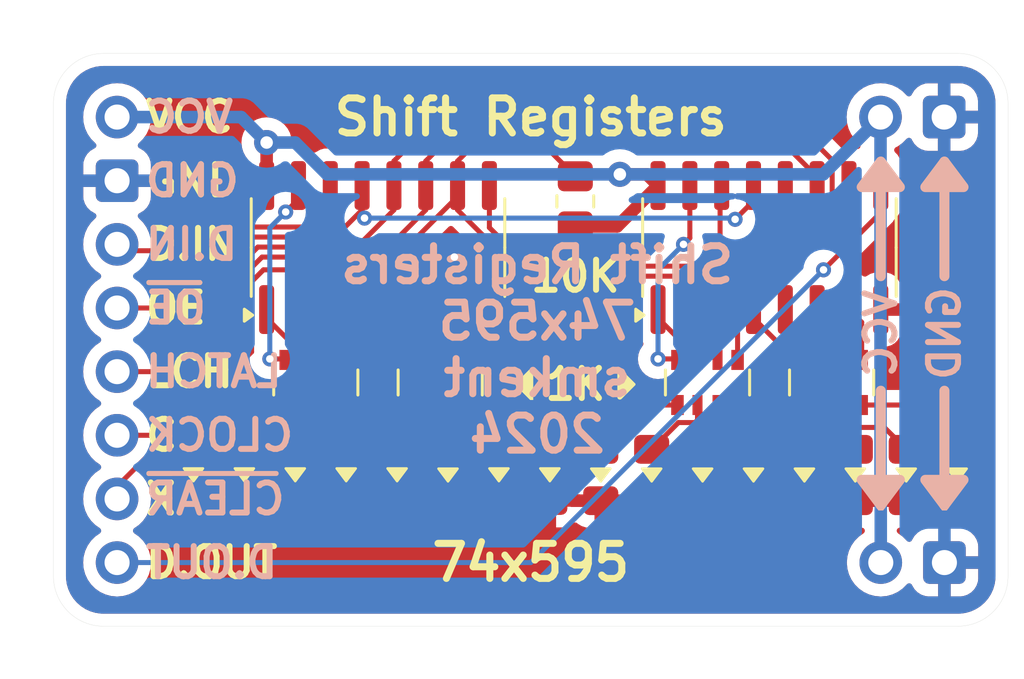
<source format=kicad_pcb>
(kicad_pcb (version 20240108) (generator "pcbnew") (generator_version "8.0")
  (layers (0 "F.Cu" signal) (31 "B.Cu" signal) (34 "B.Paste" user) (35 "F.Paste" user) (36 "B.SilkS" user "B.Silkscreen") (37 "F.SilkS" user "F.Silkscreen") (38 "B.Mask" user) (39 "F.Mask" user) (44 "Edge.Cuts" user))
  (net 0 "")
  (net 1 "LED4")
  (net 2 "LED3")
  (net 3 "LED1")
  (net 4 "LED2")
  (net 5 "Net-(LED1-A)")
  (net 6 "Net-(LED2-A)")
  (net 7 "Net-(LED3-A)")
  (net 8 "Net-(LED4-A)")
  (net 9 "LED8")
  (net 10 "LED6")
  (net 11 "LED5")
  (net 12 "LED7")
  (net 13 "Net-(LED5-A)")
  (net 14 "Net-(LED6-A)")
  (net 15 "Net-(LED7-A)")
  (net 16 "Net-(LED8-A)")
  (net 17 "GND")
  (net 18 "VCC")
  (net 19 "OE")
  (net 20 "Clock")
  (net 21 "Data")
  (net 22 "Latch")
  (net 23 "Clear")
  (net 24 "Net-(LED9-A)")
  (net 25 "Net-(LED10-A)")
  (net 26 "Net-(LED11-A)")
  (net 27 "Net-(LED12-A)")
  (net 28 "Net-(LED13-A)")
  (net 29 "Net-(LED14-A)")
  (net 30 "Net-(LED15-A)")
  (net 31 "Net-(LED16-A)")
  (net 32 "LED9")
  (net 33 "LED10")
  (net 34 "LED11")
  (net 35 "LED12")
  (net 36 "LED14")
  (net 37 "LED16")
  (net 38 "LED15")
  (net 39 "LED13")
  (net 40 "Data2")
  (net 41 "Data_Out")
  (footprint "Resistor_SMD:R_0805_2012Metric_Pad1.20x1.40mm_HandSolder" (layer "F.Cu") (at 122.428 79.564 90)
    (property "Reference" "R1" (hide yes))
    (property "Value" "10K")
    (fp_line (start -0.227064 -0.735) (end 0.227064 -0.735) (stroke (width 0.12)) (layer "F.SilkS"))
    (fp_line (start -0.227064 0.735) (end 0.227064 0.735) (stroke (width 0.12)) (layer "F.SilkS"))
    (pad "1" smd roundrect (at -1 0 90) (size 1.2 1.4) (layers "F.Cu" "F.Paste" "F.Mask") (roundrect_rratio 0.208333) (net 18 "VCC"))
    (pad "2" smd roundrect (at 1 0 90) (size 1.2 1.4) (layers "F.Cu" "F.Paste" "F.Mask") (roundrect_rratio 0.208333) (net 23 "Clear"))
  )
  (footprint "custom:LED_0805_2012Metric_Pad1.15x1.40mm_HandSolder_simple" (layer "F.Cu") (at 127.508 90.486 90)
    (property "Reference" "LED11" (hide yes))
    (property "Value" "LED")
    (fp_poly (pts (xy 0.254 -0.381) (xy 0.254 0.381) (xy -0.254 0)) (stroke (width 0.1)) (fill solid) (layer "F.SilkS"))
    (pad "1" smd roundrect (at -1.025 0 90) (size 1.15 1.4) (layers "F.Cu" "F.Paste" "F.Mask") (roundrect_rratio 0.217391) (net 17 "GND"))
    (pad "2" smd roundrect (at 1.025 0 90) (size 1.15 1.4) (layers "F.Cu" "F.Paste" "F.Mask") (roundrect_rratio 0.217391) (net 26 "Net-(LED11-A)"))
  )
  (footprint "custom:LED_0805_2012Metric_Pad1.15x1.40mm_HandSolder_simple" (layer "F.Cu") (at 109.22 90.477 90)
    (property "Reference" "LED2" (hide yes))
    (property "Value" "LED")
    (fp_poly (pts (xy 0.254 -0.381) (xy 0.254 0.381) (xy -0.254 0)) (stroke (width 0.1)) (fill solid) (layer "F.SilkS"))
    (pad "1" smd roundrect (at -1.025 0 90) (size 1.15 1.4) (layers "F.Cu" "F.Paste" "F.Mask") (roundrect_rratio 0.217391) (net 17 "GND"))
    (pad "2" smd roundrect (at 1.025 0 90) (size 1.15 1.4) (layers "F.Cu" "F.Paste" "F.Mask") (roundrect_rratio 0.217391) (net 6 "Net-(LED2-A)"))
  )
  (footprint "Package_SO:SOIC-16_3.9x9.9mm_P1.27mm" (layer "F.Cu") (at 130.175 81.407 90)
    (property "Reference" "U2" (hide yes))
    (property "Value" "74HC595")
    (fp_line (start 0 -5.06) (end 1.95 -5.06) (stroke (width 0.12)) (layer "F.SilkS"))
    (fp_line (start 0 -5.06) (end -1.95 -5.06) (stroke (width 0.12)) (layer "F.SilkS"))
    (fp_line (start 0 5.06) (end 1.95 5.06) (stroke (width 0.12)) (layer "F.SilkS"))
    (fp_line (start 0 5.06) (end -1.95 5.06) (stroke (width 0.12)) (layer "F.SilkS"))
    (fp_poly (pts (xy -2.7 -5.005) (xy -2.94 -5.335) (xy -2.46 -5.335) (xy -2.7 -5.005)) (stroke (width 0.12)) (fill solid) (layer "F.SilkS"))
    (pad "1" smd roundrect (at -2.475 -4.445 90) (size 1.95 0.6) (layers "F.Cu" "F.Paste" "F.Mask") (net 33 "LED10"))
    (pad "2" smd roundrect (at -2.475 -3.175 90) (size 1.95 0.6) (layers "F.Cu" "F.Paste" "F.Mask") (net 34 "LED11"))
    (pad "3" smd roundrect (at -2.475 -1.905 90) (size 1.95 0.6) (layers "F.Cu" "F.Paste" "F.Mask") (net 35 "LED12"))
    (pad "4" smd roundrect (at -2.475 -0.635 90) (size 1.95 0.6) (layers "F.Cu" "F.Paste" "F.Mask") (net 39 "LED13"))
    (pad "5" smd roundrect (at -2.475 0.635 90) (size 1.95 0.6) (layers "F.Cu" "F.Paste" "F.Mask") (net 36 "LED14"))
    (pad "6" smd roundrect (at -2.475 1.905 90) (size 1.95 0.6) (layers "F.Cu" "F.Paste" "F.Mask") (net 38 "LED15"))
    (pad "7" smd roundrect (at -2.475 3.175 90) (size 1.95 0.6) (layers "F.Cu" "F.Paste" "F.Mask") (net 37 "LED16"))
    (pad "8" smd roundrect (at -2.475 4.445 90) (size 1.95 0.6) (layers "F.Cu" "F.Paste" "F.Mask") (net 17 "GND"))
    (pad "9" smd roundrect (at 2.475 4.445 90) (size 1.95 0.6) (layers "F.Cu" "F.Paste" "F.Mask") (net 41 "Data_Out"))
    (pad "10" smd roundrect (at 2.475 3.175 90) (size 1.95 0.6) (layers "F.Cu" "F.Paste" "F.Mask") (net 23 "Clear"))
    (pad "11" smd roundrect (at 2.475 1.905 90) (size 1.95 0.6) (layers "F.Cu" "F.Paste" "F.Mask") (net 20 "Clock"))
    (pad "12" smd roundrect (at 2.475 0.635 90) (size 1.95 0.6) (layers "F.Cu" "F.Paste" "F.Mask") (net 22 "Latch"))
    (pad "13" smd roundrect (at 2.475 -0.635 90) (size 1.95 0.6) (layers "F.Cu" "F.Paste" "F.Mask") (net 19 "OE"))
    (pad "14" smd roundrect (at 2.475 -1.905 90) (size 1.95 0.6) (layers "F.Cu" "F.Paste" "F.Mask") (net 40 "Data2"))
    (pad "15" smd roundrect (at 2.475 -3.175 90) (size 1.95 0.6) (layers "F.Cu" "F.Paste" "F.Mask") (net 32 "LED9"))
    (pad "16" smd roundrect (at 2.475 -4.445 90) (size 1.95 0.6) (layers "F.Cu" "F.Paste" "F.Mask") (net 18 "VCC"))
  )
  (footprint "custom:LED_0805_2012Metric_Pad1.15x1.40mm_HandSolder_simple" (layer "F.Cu") (at 111.252 90.477 90)
    (property "Reference" "LED3" (hide yes))
    (property "Value" "LED")
    (fp_poly (pts (xy 0.254 -0.381) (xy 0.254 0.381) (xy -0.254 0)) (stroke (width 0.1)) (fill solid) (layer "F.SilkS"))
    (pad "1" smd roundrect (at -1.025 0 90) (size 1.15 1.4) (layers "F.Cu" "F.Paste" "F.Mask") (roundrect_rratio 0.217391) (net 17 "GND"))
    (pad "2" smd roundrect (at 1.025 0 90) (size 1.15 1.4) (layers "F.Cu" "F.Paste" "F.Mask") (roundrect_rratio 0.217391) (net 7 "Net-(LED3-A)"))
  )
  (footprint "custom:LED_0805_2012Metric_Pad1.15x1.40mm_HandSolder_simple" (layer "F.Cu") (at 107.188 90.477 90)
    (property "Reference" "LED1" (hide yes))
    (property "Value" "LED")
    (fp_poly (pts (xy 0.254 -0.381) (xy 0.254 0.381) (xy -0.254 0)) (stroke (width 0.1)) (fill solid) (layer "F.SilkS"))
    (pad "1" smd roundrect (at -1.025 0 90) (size 1.15 1.4) (layers "F.Cu" "F.Paste" "F.Mask") (roundrect_rratio 0.217391) (net 17 "GND"))
    (pad "2" smd roundrect (at 1.025 0 90) (size 1.15 1.4) (layers "F.Cu" "F.Paste" "F.Mask") (roundrect_rratio 0.217391) (net 5 "Net-(LED1-A)"))
  )
  (footprint "custom:LED_0805_2012Metric_Pad1.15x1.40mm_HandSolder_simple" (layer "F.Cu") (at 115.316 90.477 90)
    (property "Reference" "LED5" (hide yes))
    (property "Value" "LED")
    (fp_poly (pts (xy 0.254 -0.381) (xy 0.254 0.381) (xy -0.254 0)) (stroke (width 0.1)) (fill solid) (layer "F.SilkS"))
    (pad "1" smd roundrect (at -1.025 0 90) (size 1.15 1.4) (layers "F.Cu" "F.Paste" "F.Mask") (roundrect_rratio 0.217391) (net 17 "GND"))
    (pad "2" smd roundrect (at 1.025 0 90) (size 1.15 1.4) (layers "F.Cu" "F.Paste" "F.Mask") (roundrect_rratio 0.217391) (net 13 "Net-(LED5-A)"))
  )
  (footprint "custom:LED_0805_2012Metric_Pad1.15x1.40mm_HandSolder_simple" (layer "F.Cu") (at 131.572 90.486 90)
    (property "Reference" "LED13" (hide yes))
    (property "Value" "LED")
    (fp_poly (pts (xy 0.254 -0.381) (xy 0.254 0.381) (xy -0.254 0)) (stroke (width 0.1)) (fill solid) (layer "F.SilkS"))
    (pad "1" smd roundrect (at -1.025 0 90) (size 1.15 1.4) (layers "F.Cu" "F.Paste" "F.Mask") (roundrect_rratio 0.217391) (net 17 "GND"))
    (pad "2" smd roundrect (at 1.025 0 90) (size 1.15 1.4) (layers "F.Cu" "F.Paste" "F.Mask") (roundrect_rratio 0.217391) (net 28 "Net-(LED13-A)"))
  )
  (footprint "custom:LED_0805_2012Metric_Pad1.15x1.40mm_HandSolder_simple" (layer "F.Cu") (at 135.636 90.486 90)
    (property "Reference" "LED15" (hide yes))
    (property "Value" "LED")
    (fp_poly (pts (xy 0.254 -0.381) (xy 0.254 0.381) (xy -0.254 0)) (stroke (width 0.1)) (fill solid) (layer "F.SilkS"))
    (pad "1" smd roundrect (at -1.025 0 90) (size 1.15 1.4) (layers "F.Cu" "F.Paste" "F.Mask") (roundrect_rratio 0.217391) (net 17 "GND"))
    (pad "2" smd roundrect (at 1.025 0 90) (size 1.15 1.4) (layers "F.Cu" "F.Paste" "F.Mask") (roundrect_rratio 0.217391) (net 30 "Net-(LED15-A)"))
  )
  (footprint "Resistor_SMD:R_Array_Convex_4x0603" (layer "F.Cu") (at 127.705 86.792 90)
    (property "Reference" "RN3" (hide yes))
    (property "Value" "1K")
    (fp_line (start 0.5 -1.68) (end -0.5 -1.68) (stroke (width 0.12)) (layer "F.SilkS"))
    (fp_line (start 0.5 1.68) (end -0.5 1.68) (stroke (width 0.12)) (layer "F.SilkS"))
    (pad "1" smd rect (at -0.9 -1.2 90) (size 0.8 0.5) (layers "F.Cu" "F.Paste" "F.Mask") (net 24 "Net-(LED9-A)"))
    (pad "2" smd rect (at -0.9 -0.4 90) (size 0.8 0.4) (layers "F.Cu" "F.Paste" "F.Mask") (net 25 "Net-(LED10-A)"))
    (pad "3" smd rect (at -0.9 0.4 90) (size 0.8 0.4) (layers "F.Cu" "F.Paste" "F.Mask") (net 26 "Net-(LED11-A)"))
    (pad "4" smd rect (at -0.9 1.2 90) (size 0.8 0.5) (layers "F.Cu" "F.Paste" "F.Mask") (net 27 "Net-(LED12-A)"))
    (pad "5" smd rect (at 0.9 1.2 90) (size 0.8 0.5) (layers "F.Cu" "F.Paste" "F.Mask") (net 35 "LED12"))
    (pad "6" smd rect (at 0.9 0.4 90) (size 0.8 0.4) (layers "F.Cu" "F.Paste" "F.Mask") (net 34 "LED11"))
    (pad "7" smd rect (at 0.9 -0.4 90) (size 0.8 0.4) (layers "F.Cu" "F.Paste" "F.Mask") (net 33 "LED10"))
    (pad "8" smd rect (at 0.9 -1.2 90) (size 0.8 0.5) (layers "F.Cu" "F.Paste" "F.Mask") (net 32 "LED9"))
  )
  (footprint "custom:LED_0805_2012Metric_Pad1.15x1.40mm_HandSolder_simple" (layer "F.Cu") (at 133.604 90.486 90)
    (property "Reference" "LED14" (hide yes))
    (property "Value" "LED")
    (fp_poly (pts (xy 0.254 -0.381) (xy 0.254 0.381) (xy -0.254 0)) (stroke (width 0.1)) (fill solid) (layer "F.SilkS"))
    (pad "1" smd roundrect (at -1.025 0 90) (size 1.15 1.4) (layers "F.Cu" "F.Paste" "F.Mask") (roundrect_rratio 0.217391) (net 17 "GND"))
    (pad "2" smd roundrect (at 1.025 0 90) (size 1.15 1.4) (layers "F.Cu" "F.Paste" "F.Mask") (roundrect_rratio 0.217391) (net 29 "Net-(LED14-A)"))
  )
  (footprint "custom:LED_0805_2012Metric_Pad1.15x1.40mm_HandSolder_simple" (layer "F.Cu") (at 121.412 90.477 90)
    (property "Reference" "LED8" (hide yes))
    (property "Value" "LED")
    (fp_poly (pts (xy 0.254 -0.381) (xy 0.254 0.381) (xy -0.254 0)) (stroke (width 0.1)) (fill solid) (layer "F.SilkS"))
    (pad "1" smd roundrect (at -1.025 0 90) (size 1.15 1.4) (layers "F.Cu" "F.Paste" "F.Mask") (roundrect_rratio 0.217391) (net 17 "GND"))
    (pad "2" smd roundrect (at 1.025 0 90) (size 1.15 1.4) (layers "F.Cu" "F.Paste" "F.Mask") (roundrect_rratio 0.217391) (net 16 "Net-(LED8-A)"))
  )
  (footprint "custom:LED_0805_2012Metric_Pad1.15x1.40mm_HandSolder_simple" (layer "F.Cu") (at 117.348 90.486 90)
    (property "Reference" "LED6" (hide yes))
    (property "Value" "LED")
    (fp_poly (pts (xy 0.254 -0.381) (xy 0.254 0.381) (xy -0.254 0)) (stroke (width 0.1)) (fill solid) (layer "F.SilkS"))
    (pad "1" smd roundrect (at -1.025 0 90) (size 1.15 1.4) (layers "F.Cu" "F.Paste" "F.Mask") (roundrect_rratio 0.217391) (net 17 "GND"))
    (pad "2" smd roundrect (at 1.025 0 90) (size 1.15 1.4) (layers "F.Cu" "F.Paste" "F.Mask") (roundrect_rratio 0.217391) (net 14 "Net-(LED6-A)"))
  )
  (footprint "custom:LED_0805_2012Metric_Pad1.15x1.40mm_HandSolder_simple" (layer "F.Cu") (at 123.444 90.486 90)
    (property "Reference" "LED9" (hide yes))
    (property "Value" "LED")
    (fp_poly (pts (xy 0.254 -0.381) (xy 0.254 0.381) (xy -0.254 0)) (stroke (width 0.1)) (fill solid) (layer "F.SilkS"))
    (pad "1" smd roundrect (at -1.025 0 90) (size 1.15 1.4) (layers "F.Cu" "F.Paste" "F.Mask") (roundrect_rratio 0.217391) (net 17 "GND"))
    (pad "2" smd roundrect (at 1.025 0 90) (size 1.15 1.4) (layers "F.Cu" "F.Paste" "F.Mask") (roundrect_rratio 0.217391) (net 24 "Net-(LED9-A)"))
  )
  (footprint "custom:LED_0805_2012Metric_Pad1.15x1.40mm_HandSolder_simple" (layer "F.Cu") (at 129.54 90.486 90)
    (property "Reference" "LED12" (hide yes))
    (property "Value" "LED")
    (fp_poly (pts (xy 0.254 -0.381) (xy 0.254 0.381) (xy -0.254 0)) (stroke (width 0.1)) (fill solid) (layer "F.SilkS"))
    (pad "1" smd roundrect (at -1.025 0 90) (size 1.15 1.4) (layers "F.Cu" "F.Paste" "F.Mask") (roundrect_rratio 0.217391) (net 17 "GND"))
    (pad "2" smd roundrect (at 1.025 0 90) (size 1.15 1.4) (layers "F.Cu" "F.Paste" "F.Mask") (roundrect_rratio 0.217391) (net 27 "Net-(LED12-A)"))
  )
  (footprint "custom:LED_0805_2012Metric_Pad1.15x1.40mm_HandSolder_simple" (layer "F.Cu") (at 137.668 90.486 90)
    (property "Reference" "LED16" (hide yes))
    (property "Value" "LED")
    (fp_poly (pts (xy 0.254 -0.381) (xy 0.254 0.381) (xy -0.254 0)) (stroke (width 0.1)) (fill solid) (layer "F.SilkS"))
    (pad "1" smd roundrect (at -1.025 0 90) (size 1.15 1.4) (layers "F.Cu" "F.Paste" "F.Mask") (roundrect_rratio 0.217391) (net 17 "GND"))
    (pad "2" smd roundrect (at 1.025 0 90) (size 1.15 1.4) (layers "F.Cu" "F.Paste" "F.Mask") (roundrect_rratio 0.217391) (net 31 "Net-(LED16-A)"))
  )
  (footprint "Resistor_SMD:R_Array_Convex_4x0603" (layer "F.Cu") (at 117.037 86.792 90)
    (property "Reference" "RN2" (hide yes))
    (property "Value" "1K")
    (fp_line (start 0.5 -1.68) (end -0.5 -1.68) (stroke (width 0.12)) (layer "F.SilkS"))
    (fp_line (start 0.5 1.68) (end -0.5 1.68) (stroke (width 0.12)) (layer "F.SilkS"))
    (pad "1" smd rect (at -0.9 -1.2 90) (size 0.8 0.5) (layers "F.Cu" "F.Paste" "F.Mask") (net 13 "Net-(LED5-A)"))
    (pad "2" smd rect (at -0.9 -0.4 90) (size 0.8 0.4) (layers "F.Cu" "F.Paste" "F.Mask") (net 14 "Net-(LED6-A)"))
    (pad "3" smd rect (at -0.9 0.4 90) (size 0.8 0.4) (layers "F.Cu" "F.Paste" "F.Mask") (net 15 "Net-(LED7-A)"))
    (pad "4" smd rect (at -0.9 1.2 90) (size 0.8 0.5) (layers "F.Cu" "F.Paste" "F.Mask") (net 16 "Net-(LED8-A)"))
    (pad "5" smd rect (at 0.9 1.2 90) (size 0.8 0.5) (layers "F.Cu" "F.Paste" "F.Mask") (net 9 "LED8"))
    (pad "6" smd rect (at 0.9 0.4 90) (size 0.8 0.4) (layers "F.Cu" "F.Paste" "F.Mask") (net 12 "LED7"))
    (pad "7" smd rect (at 0.9 -0.4 90) (size 0.8 0.4) (layers "F.Cu" "F.Paste" "F.Mask") (net 10 "LED6"))
    (pad "8" smd rect (at 0.9 -1.2 90) (size 0.8 0.5) (layers "F.Cu" "F.Paste" "F.Mask") (net 11 "LED5"))
  )
  (footprint "custom:LED_0805_2012Metric_Pad1.15x1.40mm_HandSolder_simple" (layer "F.Cu") (at 125.476 90.486 90)
    (property "Reference" "LED10" (hide yes))
    (property "Value" "LED")
    (fp_poly (pts (xy 0.254 -0.381) (xy 0.254 0.381) (xy -0.254 0)) (stroke (width 0.1)) (fill solid) (layer "F.SilkS"))
    (pad "1" smd roundrect (at -1.025 0 90) (size 1.15 1.4) (layers "F.Cu" "F.Paste" "F.Mask") (roundrect_rratio 0.217391) (net 17 "GND"))
    (pad "2" smd roundrect (at 1.025 0 90) (size 1.15 1.4) (layers "F.Cu" "F.Paste" "F.Mask") (roundrect_rratio 0.217391) (net 25 "Net-(LED10-A)"))
  )
  (footprint "Package_SO:SOIC-16_3.9x9.9mm_P1.27mm" (layer "F.Cu") (at 114.554 81.407 90)
    (property "Reference" "U1" (hide yes))
    (property "Value" "74HC595")
    (fp_line (start 0 -5.06) (end 1.95 -5.06) (stroke (width 0.12)) (layer "F.SilkS"))
    (fp_line (start 0 -5.06) (end -1.95 -5.06) (stroke (width 0.12)) (layer "F.SilkS"))
    (fp_line (start 0 5.06) (end 1.95 5.06) (stroke (width 0.12)) (layer "F.SilkS"))
    (fp_line (start 0 5.06) (end -1.95 5.06) (stroke (width 0.12)) (layer "F.SilkS"))
    (fp_poly (pts (xy -2.7 -5.005) (xy -2.94 -5.335) (xy -2.46 -5.335) (xy -2.7 -5.005)) (stroke (width 0.12)) (fill solid) (layer "F.SilkS"))
    (pad "1" smd roundrect (at -2.475 -4.445 90) (size 1.95 0.6) (layers "F.Cu" "F.Paste" "F.Mask") (net 4 "LED2"))
    (pad "2" smd roundrect (at -2.475 -3.175 90) (size 1.95 0.6) (layers "F.Cu" "F.Paste" "F.Mask") (net 2 "LED3"))
    (pad "3" smd roundrect (at -2.475 -1.905 90) (size 1.95 0.6) (layers "F.Cu" "F.Paste" "F.Mask") (net 1 "LED4"))
    (pad "4" smd roundrect (at -2.475 -0.635 90) (size 1.95 0.6) (layers "F.Cu" "F.Paste" "F.Mask") (net 11 "LED5"))
    (pad "5" smd roundrect (at -2.475 0.635 90) (size 1.95 0.6) (layers "F.Cu" "F.Paste" "F.Mask") (net 10 "LED6"))
    (pad "6" smd roundrect (at -2.475 1.905 90) (size 1.95 0.6) (layers "F.Cu" "F.Paste" "F.Mask") (net 12 "LED7"))
    (pad "7" smd roundrect (at -2.475 3.175 90) (size 1.95 0.6) (layers "F.Cu" "F.Paste" "F.Mask") (net 9 "LED8"))
    (pad "8" smd roundrect (at -2.475 4.445 90) (size 1.95 0.6) (layers "F.Cu" "F.Paste" "F.Mask") (net 17 "GND"))
    (pad "9" smd roundrect (at 2.475 4.445 90) (size 1.95 0.6) (layers "F.Cu" "F.Paste" "F.Mask") (net 40 "Data2"))
    (pad "10" smd roundrect (at 2.475 3.175 90) (size 1.95 0.6) (layers "F.Cu" "F.Paste" "F.Mask") (net 23 "Clear"))
    (pad "11" smd roundrect (at 2.475 1.905 90) (size 1.95 0.6) (layers "F.Cu" "F.Paste" "F.Mask") (net 20 "Clock"))
    (pad "12" smd roundrect (at 2.475 0.635 90) (size 1.95 0.6) (layers "F.Cu" "F.Paste" "F.Mask") (net 22 "Latch"))
    (pad "13" smd roundrect (at 2.475 -0.635 90) (size 1.95 0.6) (layers "F.Cu" "F.Paste" "F.Mask") (net 19 "OE"))
    (pad "14" smd roundrect (at 2.475 -1.905 90) (size 1.95 0.6) (layers "F.Cu" "F.Paste" "F.Mask") (net 21 "Data"))
    (pad "15" smd roundrect (at 2.475 -3.175 90) (size 1.95 0.6) (layers "F.Cu" "F.Paste" "F.Mask") (net 3 "LED1"))
    (pad "16" smd roundrect (at 2.475 -4.445 90) (size 1.95 0.6) (layers "F.Cu" "F.Paste" "F.Mask") (net 18 "VCC"))
  )
  (footprint "Resistor_SMD:R_Array_Convex_4x0603" (layer "F.Cu") (at 132.658 86.792 90)
    (property "Reference" "RN4" (hide yes))
    (property "Value" "1K")
    (fp_line (start 0.5 -1.68) (end -0.5 -1.68) (stroke (width 0.12)) (layer "F.SilkS"))
    (fp_line (start 0.5 1.68) (end -0.5 1.68) (stroke (width 0.12)) (layer "F.SilkS"))
    (pad "1" smd rect (at -0.9 -1.2 90) (size 0.8 0.5) (layers "F.Cu" "F.Paste" "F.Mask") (net 28 "Net-(LED13-A)"))
    (pad "2" smd rect (at -0.9 -0.4 90) (size 0.8 0.4) (layers "F.Cu" "F.Paste" "F.Mask") (net 29 "Net-(LED14-A)"))
    (pad "3" smd rect (at -0.9 0.4 90) (size 0.8 0.4) (layers "F.Cu" "F.Paste" "F.Mask") (net 30 "Net-(LED15-A)"))
    (pad "4" smd rect (at -0.9 1.2 90) (size 0.8 0.5) (layers "F.Cu" "F.Paste" "F.Mask") (net 31 "Net-(LED16-A)"))
    (pad "5" smd rect (at 0.9 1.2 90) (size 0.8 0.5) (layers "F.Cu" "F.Paste" "F.Mask") (net 37 "LED16"))
    (pad "6" smd rect (at 0.9 0.4 90) (size 0.8 0.4) (layers "F.Cu" "F.Paste" "F.Mask") (net 38 "LED15"))
    (pad "7" smd rect (at 0.9 -0.4 90) (size 0.8 0.4) (layers "F.Cu" "F.Paste" "F.Mask") (net 36 "LED14"))
    (pad "8" smd rect (at 0.9 -1.2 90) (size 0.8 0.5) (layers "F.Cu" "F.Paste" "F.Mask") (net 39 "LED13"))
  )
  (footprint "custom:LED_0805_2012Metric_Pad1.15x1.40mm_HandSolder_simple" (layer "F.Cu") (at 113.284 90.477 90)
    (property "Reference" "LED4" (hide yes))
    (property "Value" "LED")
    (fp_poly (pts (xy 0.254 -0.381) (xy 0.254 0.381) (xy -0.254 0)) (stroke (width 0.1)) (fill solid) (layer "F.SilkS"))
    (pad "1" smd roundrect (at -1.025 0 90) (size 1.15 1.4) (layers "F.Cu" "F.Paste" "F.Mask") (roundrect_rratio 0.217391) (net 17 "GND"))
    (pad "2" smd roundrect (at 1.025 0 90) (size 1.15 1.4) (layers "F.Cu" "F.Paste" "F.Mask") (roundrect_rratio 0.217391) (net 8 "Net-(LED4-A)"))
  )
  (footprint "custom:LED_0805_2012Metric_Pad1.15x1.40mm_HandSolder_simple" (layer "F.Cu") (at 119.38 90.477 90)
    (property "Reference" "LED7" (hide yes))
    (property "Value" "LED")
    (fp_poly (pts (xy 0.254 -0.381) (xy 0.254 0.381) (xy -0.254 0)) (stroke (width 0.1)) (fill solid) (layer "F.SilkS"))
    (pad "1" smd roundrect (at -1.025 0 90) (size 1.15 1.4) (layers "F.Cu" "F.Paste" "F.Mask") (roundrect_rratio 0.217391) (net 17 "GND"))
    (pad "2" smd roundrect (at 1.025 0 90) (size 1.15 1.4) (layers "F.Cu" "F.Paste" "F.Mask") (roundrect_rratio 0.217391) (net 15 "Net-(LED7-A)"))
  )
  (footprint "Resistor_SMD:R_Array_Convex_4x0603" (layer "F.Cu") (at 112.071 86.792 90)
    (property "Reference" "RN1" (hide yes))
    (property "Value" "1K")
    (fp_line (start 0.5 -1.68) (end -0.5 -1.68) (stroke (width 0.12)) (layer "F.SilkS"))
    (fp_line (start 0.5 1.68) (end -0.5 1.68) (stroke (width 0.12)) (layer "F.SilkS"))
    (pad "1" smd rect (at -0.9 -1.2 90) (size 0.8 0.5) (layers "F.Cu" "F.Paste" "F.Mask") (net 5 "Net-(LED1-A)"))
    (pad "2" smd rect (at -0.9 -0.4 90) (size 0.8 0.4) (layers "F.Cu" "F.Paste" "F.Mask") (net 6 "Net-(LED2-A)"))
    (pad "3" smd rect (at -0.9 0.4 90) (size 0.8 0.4) (layers "F.Cu" "F.Paste" "F.Mask") (net 7 "Net-(LED3-A)"))
    (pad "4" smd rect (at -0.9 1.2 90) (size 0.8 0.5) (layers "F.Cu" "F.Paste" "F.Mask") (net 8 "Net-(LED4-A)"))
    (pad "5" smd rect (at 0.9 1.2 90) (size 0.8 0.5) (layers "F.Cu" "F.Paste" "F.Mask") (net 1 "LED4"))
    (pad "6" smd rect (at 0.9 0.4 90) (size 0.8 0.4) (layers "F.Cu" "F.Paste" "F.Mask") (net 2 "LED3"))
    (pad "7" smd rect (at 0.9 -0.4 90) (size 0.8 0.4) (layers "F.Cu" "F.Paste" "F.Mask") (net 4 "LED2"))
    (pad "8" smd rect (at 0.9 -1.2 90) (size 0.8 0.5) (layers "F.Cu" "F.Paste" "F.Mask") (net 3 "LED1"))
  )
  (footprint "custom:PinHeader_1x02_P2.54mm_Vertical_simple_pad2gnd" (layer "B.Cu") (at 134.61 76.2 -90)
    (property "Reference" "J1" (hide yes))
    (property "Value" "Conn_01x02")
    (pad "1" thru_hole oval (at 0 0 270) (size 1.7 1.7) (drill 1) (layers "*.Cu" "*.Mask") (net 18 "VCC"))
    (pad "2" thru_hole roundrect (at 0 -2.54 270) (size 1.7 1.7) (drill 1) (layers "*.Cu" "*.Mask") (roundrect_rratio 0.1470588235) (net 17 "GND"))
  )
  (footprint "custom:PinHeader_1x08_P2.54mm_Vertical_simple_pad2gnd" (layer "B.Cu") (at 104.14 76.2 180)
    (property "Reference" "J2" (hide yes))
    (property "Value" "Conn_01x08")
    (pad "1" thru_hole oval (at 0 0 180) (size 1.7 1.7) (drill 1) (layers "*.Cu" "*.Mask") (net 18 "VCC"))
    (pad "2" thru_hole roundrect (at 0 -2.54 180) (size 1.7 1.7) (drill 1) (layers "*.Cu" "*.Mask") (roundrect_rratio 0.1470588235) (net 17 "GND"))
    (pad "3" thru_hole oval (at 0 -5.08 180) (size 1.7 1.7) (drill 1) (layers "*.Cu" "*.Mask") (net 21 "Data"))
    (pad "4" thru_hole oval (at 0 -7.62 180) (size 1.7 1.7) (drill 1) (layers "*.Cu" "*.Mask") (net 19 "OE"))
    (pad "5" thru_hole oval (at 0 -10.16 180) (size 1.7 1.7) (drill 1) (layers "*.Cu" "*.Mask") (net 22 "Latch"))
    (pad "6" thru_hole oval (at 0 -12.7 180) (size 1.7 1.7) (drill 1) (layers "*.Cu" "*.Mask") (net 20 "Clock"))
    (pad "7" thru_hole oval (at 0 -15.24 180) (size 1.7 1.7) (drill 1) (layers "*.Cu" "*.Mask") (net 23 "Clear"))
    (pad "8" thru_hole oval (at 0 -17.78 180) (size 1.7 1.7) (drill 1) (layers "*.Cu" "*.Mask") (net 41 "Data_Out"))
  )
  (footprint "custom:PinHeader_1x02_P2.54mm_Vertical_simple_pad2gnd" (layer "B.Cu") (at 134.62 93.98 -90)
    (property "Reference" "J5" (hide yes))
    (property "Value" "Conn_01x02")
    (pad "1" thru_hole oval (at 0 0 270) (size 1.7 1.7) (drill 1) (layers "*.Cu" "*.Mask") (net 18 "VCC"))
    (pad "2" thru_hole roundrect (at 0 -2.54 270) (size 1.7 1.7) (drill 1) (layers "*.Cu" "*.Mask") (roundrect_rratio 0.1470588235) (net 17 "GND"))
  )
  (gr_poly (pts (xy 137.16 77.978) (xy 137.922 78.994) (xy 136.398 78.994)) (stroke (width 0.4)) (fill solid) (layer "B.SilkS"))
  (gr_line (start 134.62 82.55) (end 134.62 77.978) (stroke (width 0.4)) (layer "B.SilkS"))
  (gr_poly (pts (xy 137.16 91.694) (xy 136.398 90.678) (xy 137.922 90.678)) (stroke (width 0.4)) (fill solid) (layer "B.SilkS"))
  (gr_poly (pts (xy 134.62 91.694) (xy 133.858 90.678) (xy 135.382 90.678)) (stroke (width 0.4)) (fill solid) (layer "B.SilkS"))
  (gr_poly (pts (xy 134.62 77.978) (xy 135.382 78.994) (xy 133.858 78.994)) (stroke (width 0.4)) (fill solid) (layer "B.SilkS"))
  (gr_line (start 134.62 87.122) (end 134.62 91.694) (stroke (width 0.4)) (layer "B.SilkS"))
  (gr_line (start 137.16 87.122) (end 137.16 91.694) (stroke (width 0.4)) (layer "B.SilkS"))
  (gr_line (start 105.41 90.424) (end 110.49 90.424) (stroke (width 0.2)) (layer "B.SilkS"))
  (gr_line (start 137.16 82.55) (end 137.16 77.978) (stroke (width 0.4)) (layer "B.SilkS"))
  (gr_line (start 105.41 82.804) (end 107.442 82.804) (stroke (width 0.2)) (layer "B.SilkS"))
  (gr_poly (pts (xy 124.714 86.868) (xy 124.206 87.376) (xy 124.206 86.36)) (stroke (width 0.2)) (fill solid) (layer "F.SilkS"))
  (gr_poly (pts (xy 120.142 86.868) (xy 120.65 86.36) (xy 120.65 87.376)) (stroke (width 0.2)) (fill solid) (layer "F.SilkS"))
  (gr_line (start 105.41 90.424) (end 106.299 90.424) (stroke (width 0.2)) (layer "F.SilkS"))
  (gr_line (start 105.41 82.804) (end 107.442 82.804) (stroke (width 0.2)) (layer "F.SilkS"))
  (gr_poly (pts (arc (start 139.7 75.66) (mid 139.114214 74.245786) (end 137.7 73.66)) (arc (start 103.6 73.66) (mid 102.185786 74.245786) (end 101.6 75.66)) (arc (start 101.6 94.52) (mid 102.185786 95.934214) (end 103.6 96.52)) (arc (start 137.7 96.52) (mid 139.114214 95.934214) (end 139.7 94.52))) (stroke (width 0.01)) (fill none) (layer "Edge.Cuts"))
  (gr_text "D.IN" (at 105.156 81.28 0) (layer "B.SilkS") (effects (font (size 1.2 1.2) (thickness 0.24) (bold yes)) (justify right mirror)))
  (gr_text "D.OUT" (at 105.156 93.98 0) (layer "B.SilkS") (effects (font (size 1.2 1.2) (thickness 0.24) (bold yes)) (justify right mirror)))
  (gr_text "CLEAR" (at 105.156 91.44 0) (layer "B.SilkS") (effects (font (size 1.2 1.2) (thickness 0.24) (bold yes)) (justify right mirror)))
  (gr_text "OE" (at 105.156 83.82 0) (layer "B.SilkS") (effects (font (size 1.2 1.2) (thickness 0.24) (bold yes)) (justify right mirror)))
  (gr_text "LATCH" (at 105.156 86.36 0) (layer "B.SilkS") (effects (font (size 1.2 1.2) (thickness 0.24) (bold yes)) (justify right mirror)))
  (gr_text "VCC" (at 105.156 76.2 0) (layer "B.SilkS") (effects (font (size 1.2 1.2) (thickness 0.24) (bold yes)) (justify right mirror)))
  (gr_text "GND" (at 137.16 84.836 90) (layer "B.SilkS") (effects (font (size 1.2 1.2) (thickness 0.24) (bold yes)) (justify mirror)))
  (gr_text "CLOCK" (at 105.156 88.9 0) (layer "B.SilkS") (effects (font (size 1.2 1.2) (thickness 0.24) (bold yes)) (justify right mirror)))
  (gr_text "VCC" (at 134.62 84.836 90) (layer "B.SilkS") (effects (font (size 1.2 1.2) (thickness 0.24) (bold yes)) (justify mirror)))
  (gr_text "GND" (at 105.156 78.74 0) (layer "B.SilkS") (effects (font (size 1.2 1.2) (thickness 0.24) (bold yes)) (justify right mirror)))
  (gr_text "Shift Registers\n74x595\nsmkent\n2024" (at 120.904 81.28 0) (layer "B.SilkS") (effects (font (size 1.4 1.4) (thickness 0.28) (bold yes)) (justify top mirror)))
  (gr_text "OE\n" (at 105.156 83.82 0) (layer "F.SilkS") (effects (font (size 1.2 1.2) (thickness 0.24) (bold yes)) (justify left)))
  (gr_text "1K" (at 122.428 86.868 0) (layer "F.SilkS") (effects (font (size 1.2 1.2) (thickness 0.24) (bold yes))))
  (gr_text "VCC" (at 105.156 76.2 0) (layer "F.SilkS") (effects (font (size 1.2 1.2) (thickness 0.24) (bold yes)) (justify left)))
  (gr_text "74x595" (at 120.65 93.98 0) (layer "F.SilkS") (effects (font (size 1.4 1.4) (thickness 0.28) (bold yes))))
  (gr_text "X" (at 105.156 91.44 0) (layer "F.SilkS") (effects (font (size 1.2 1.2) (thickness 0.24) (bold yes)) (justify left)))
  (gr_text "LCH" (at 105.156 86.359998 0) (layer "F.SilkS") (effects (font (size 1.2 1.2) (thickness 0.24) (bold yes)) (justify left)))
  (gr_text "D.IN" (at 105.156 81.28 0) (layer "F.SilkS") (effects (font (size 1.2 1.2) (thickness 0.24) (bold yes)) (justify left)))
  (gr_text "C" (at 105.156 88.9 0) (layer "F.SilkS") (effects (font (size 1.2 1.2) (thickness 0.24) (bold yes)) (justify left)))
  (gr_text "Shift Registers" (at 120.65 76.2 0) (layer "F.SilkS") (effects (font (size 1.4 1.4) (thickness 0.28) (bold yes))))
  (gr_text "GND" (at 105.156 78.74 0) (layer "F.SilkS") (effects (font (size 1.2 1.2) (thickness 0.24) (bold yes)) (justify left)))
  (gr_text "D.OUT" (at 105.156 93.98 0) (layer "F.SilkS") (effects (font (size 1.2 1.2) (thickness 0.24) (bold yes)) (justify left)))
  (gr_text "10K" (at 122.428 82.55 0) (layer "F.SilkS") (effects (font (size 1.2 1.2) (thickness 0.24) (bold yes))))
  (segment (start 113.271 85.892) (end 113.271 84.504) (width 0.2) (layer "F.Cu") (net 1))
  (segment (start 113.271 84.504) (end 112.649 83.882) (width 0.2) (layer "F.Cu") (net 1))
  (segment (start 112.471 85.319552) (end 111.379 84.227552) (width 0.2) (layer "F.Cu") (net 2))
  (segment (start 112.471 85.892) (end 112.471 85.319552) (width 0.2) (layer "F.Cu") (net 2))
  (segment (start 111.379 84.227552) (end 111.379 83.882) (width 0.2) (layer "F.Cu") (net 2))
  (segment (start 111.379 79.477869) (end 110.868869 79.988) (width 0.2) (layer "F.Cu") (net 3))
  (segment (start 110.831 85.852) (end 110.871 85.892) (width 0.2) (layer "F.Cu") (net 3))
  (segment (start 110.236 85.852) (end 110.831 85.852) (width 0.2) (layer "F.Cu") (net 3))
  (segment (start 111.379 78.932) (end 111.379 79.477869) (width 0.2) (layer "F.Cu") (net 3))
  (via (at 110.236 85.852) (size 0.6) (drill 0.3) (layers "F.Cu" "B.Cu") (net 3))
  (via (at 110.868869 79.988) (size 0.6) (drill 0.3) (layers "F.Cu" "B.Cu") (net 3))
  (segment (start 110.868869 79.988) (end 110.236 80.620869) (width 0.2) (layer "B.Cu") (net 3))
  (segment (start 110.236 80.620869) (end 110.236 85.852) (width 0.2) (layer "B.Cu") (net 3))
  (segment (start 111.671 85.292) (end 111.571 85.192) (width 0.2) (layer "F.Cu") (net 4))
  (segment (start 110.109 84.227552) (end 110.109 83.882) (width 0.2) (layer "F.Cu") (net 4))
  (segment (start 111.671 85.892) (end 111.671 85.292) (width 0.2) (layer "F.Cu") (net 4))
  (segment (start 111.571 85.192) (end 111.073448 85.192) (width 0.2) (layer "F.Cu") (net 4))
  (segment (start 111.073448 85.192) (end 110.109 84.227552) (width 0.2) (layer "F.Cu") (net 4))
  (segment (start 108.948 87.692) (end 107.188 89.452) (width 0.2) (layer "F.Cu") (net 5))
  (segment (start 110.871 87.692) (end 108.948 87.692) (width 0.2) (layer "F.Cu") (net 5))
  (segment (start 110.218 88.454) (end 109.22 89.452) (width 0.2) (layer "F.Cu") (net 6))
  (segment (start 111.671 87.692) (end 111.671 88.142) (width 0.2) (layer "F.Cu") (net 6))
  (segment (start 111.359 88.454) (end 110.218 88.454) (width 0.2) (layer "F.Cu") (net 6))
  (segment (start 111.671 88.142) (end 111.359 88.454) (width 0.2) (layer "F.Cu") (net 6))
  (segment (start 112.471 87.692) (end 112.471 88.233) (width 0.2) (layer "F.Cu") (net 7))
  (segment (start 112.471 88.233) (end 111.252 89.452) (width 0.2) (layer "F.Cu") (net 7))
  (segment (start 113.271 89.439) (end 113.284 89.452) (width 0.2) (layer "F.Cu") (net 8))
  (segment (start 113.271 87.692) (end 113.271 89.439) (width 0.2) (layer "F.Cu") (net 8))
  (segment (start 117.729 83.882) (end 118.237 84.39) (width 0.2) (layer "F.Cu") (net 9))
  (segment (start 118.237 84.39) (end 118.237 85.892) (width 0.2) (layer "F.Cu") (net 9))
  (segment (start 116.637 85.292) (end 116.502 85.157) (width 0.2) (layer "F.Cu") (net 10))
  (segment (start 116.502 85.157) (end 116.118448 85.157) (width 0.2) (layer "F.Cu") (net 10))
  (segment (start 116.118448 85.157) (end 115.189 84.227552) (width 0.2) (layer "F.Cu") (net 10))
  (segment (start 116.637 85.892) (end 116.637 85.292) (width 0.2) (layer "F.Cu") (net 10))
  (segment (start 115.189 84.227552) (end 115.189 83.882) (width 0.2) (layer "F.Cu") (net 10))
  (segment (start 115.837 85.892) (end 115.387 85.892) (width 0.2) (layer "F.Cu") (net 11))
  (segment (start 115.387 85.892) (end 113.919 84.424) (width 0.2) (layer "F.Cu") (net 11))
  (segment (start 113.919 84.424) (end 113.919 83.882) (width 0.2) (layer "F.Cu") (net 11))
  (segment (start 117.437 85.892) (end 117.437 85.205552) (width 0.2) (layer "F.Cu") (net 12))
  (segment (start 116.459 84.227552) (end 116.459 83.882) (width 0.2) (layer "F.Cu") (net 12))
  (segment (start 117.437 85.205552) (end 116.459 84.227552) (width 0.2) (layer "F.Cu") (net 12))
  (segment (start 115.837 87.692) (end 115.837 88.931) (width 0.2) (layer "F.Cu") (net 13))
  (segment (start 115.837 88.931) (end 115.316 89.452) (width 0.2) (layer "F.Cu") (net 13))
  (segment (start 116.637 88.75) (end 117.348 89.461) (width 0.2) (layer "F.Cu") (net 14))
  (segment (start 116.637 87.692) (end 116.637 88.75) (width 0.2) (layer "F.Cu") (net 14))
  (segment (start 117.437 88.142) (end 117.749 88.454) (width 0.2) (layer "F.Cu") (net 15))
  (segment (start 117.749 88.454) (end 118.382 88.454) (width 0.2) (layer "F.Cu") (net 15))
  (segment (start 117.437 87.692) (end 117.437 88.142) (width 0.2) (layer "F.Cu") (net 15))
  (segment (start 118.382 88.454) (end 119.38 89.452) (width 0.2) (layer "F.Cu") (net 15))
  (segment (start 119.652 87.692) (end 121.412 89.452) (width 0.2) (layer "F.Cu") (net 16))
  (segment (start 118.237 87.692) (end 119.652 87.692) (width 0.2) (layer "F.Cu") (net 16))
  (segment (start 118.999 83.185) (end 117.602 81.788) (width 0.2) (layer "F.Cu") (net 17))
  (segment (start 118.999 83.882) (end 118.999 83.185) (width 0.2) (layer "F.Cu") (net 17))
  (via (at 117.602 81.788) (size 0.6) (drill 0.3) (layers "F.Cu" "B.Cu") (net 17))
  (segment (start 117.602 81.788) (end 114.3 81.788) (width 0.2) (layer "B.Cu") (net 17))
  (segment (start 111.252 78.74) (end 104.14 78.74) (width 0.2) (layer "B.Cu") (net 17))
  (segment (start 114.3 81.788) (end 111.252 78.74) (width 0.2) (layer "B.Cu") (net 17))
  (segment (start 110.109 77.216) (end 110.109 78.932) (width 0.5) (layer "F.Cu") (net 18))
  (segment (start 124.098 80.564) (end 125.73 78.932) (width 0.5) (layer "F.Cu") (net 18))
  (segment (start 125.284 78.486) (end 124.206 78.486) (width 0.5) (layer "F.Cu") (net 18))
  (segment (start 125.73 78.932) (end 125.284 78.486) (width 0.5) (layer "F.Cu") (net 18))
  (segment (start 122.428 80.564) (end 124.098 80.564) (width 0.5) (layer "F.Cu") (net 18))
  (via (at 124.206 78.486) (size 1) (drill 0.5) (layers "F.Cu" "B.Cu") (net 18))
  (via (at 110.109 77.216) (size 1) (drill 0.5) (layers "F.Cu" "B.Cu") (net 18))
  (segment (start 132.324 78.486) (end 134.61 76.2) (width 0.5) (layer "B.Cu") (net 18))
  (segment (start 112.522 78.486) (end 124.206 78.486) (width 0.5) (layer "B.Cu") (net 18))
  (segment (start 109.093 76.2) (end 110.109 77.216) (width 0.5) (layer "B.Cu") (net 18))
  (segment (start 110.109 77.216) (end 111.252 77.216) (width 0.5) (layer "B.Cu") (net 18))
  (segment (start 134.62 91.44) (end 134.61 91.43) (width 0.5) (layer "B.Cu") (net 18))
  (segment (start 134.61 91.43) (end 134.61 76.2) (width 0.5) (layer "B.Cu") (net 18))
  (segment (start 111.252 77.216) (end 112.522 78.486) (width 0.5) (layer "B.Cu") (net 18))
  (segment (start 124.206 78.486) (end 132.324 78.486) (width 0.5) (layer "B.Cu") (net 18))
  (segment (start 104.14 76.2) (end 109.093 76.2) (width 0.5) (layer "B.Cu") (net 18))
  (segment (start 134.62 93.98) (end 134.62 91.44) (width 0.5) (layer "B.Cu") (net 18))
  (segment (start 113.919 78.932) (end 113.919 80.137) (width 0.2) (layer "F.Cu") (net 19))
  (segment (start 112.837999 80.988) (end 113.919 79.906999) (width 0.2) (layer "F.Cu") (net 19))
  (segment (start 128.806145 80.280735) (end 129.54 79.54688) (width 0.2) (layer "F.Cu") (net 19))
  (segment (start 113.919 79.906999) (end 113.919 78.932) (width 0.2) (layer "F.Cu") (net 19))
  (segment (start 107.95 83.82) (end 108.309 83.461) (width 0.2) (layer "F.Cu") (net 19))
  (segment (start 129.54 79.54688) (end 129.54 78.932) (width 0.2) (layer "F.Cu") (net 19))
  (segment (start 109.592944 80.988) (end 112.837999 80.988) (width 0.2) (layer "F.Cu") (net 19))
  (segment (start 108.309 82.271942) (end 109.592944 80.988) (width 0.2) (layer "F.Cu") (net 19))
  (segment (start 113.919 80.137) (end 114.014735 80.232735) (width 0.2) (layer "F.Cu") (net 19))
  (segment (start 104.14 83.82) (end 107.95 83.82) (width 0.2) (layer "F.Cu") (net 19))
  (segment (start 108.309 83.461) (end 108.309 82.271942) (width 0.2) (layer "F.Cu") (net 19))
  (via (at 114.014735 80.232735) (size 0.6) (drill 0.3) (layers "F.Cu" "B.Cu") (net 19))
  (via (at 128.806145 80.280735) (size 0.6) (drill 0.3) (layers "F.Cu" "B.Cu") (net 19))
  (segment (start 128.806145 80.280735) (end 128.758145 80.232735) (width 0.2) (layer "B.Cu") (net 19))
  (segment (start 128.758145 80.232735) (end 114.014735 80.232735) (width 0.2) (layer "B.Cu") (net 19))
  (segment (start 116.459 79.906999) (end 114.577999 81.788) (width 0.2) (layer "F.Cu") (net 20))
  (segment (start 132.08 78.586448) (end 132.08 78.932) (width 0.2) (layer "F.Cu") (net 20))
  (segment (start 116.459 77.957001) (end 117.346001 77.07) (width 0.2) (layer "F.Cu") (net 20))
  (segment (start 105.61457 88.9) (end 104.14 88.9) (width 0.2) (layer "F.Cu") (net 20))
  (segment (start 109.109 85.40557) (end 105.61457 88.9) (width 0.2) (layer "F.Cu") (net 20))
  (segment (start 109.924314 81.788) (end 109.109 82.603314) (width 0.2) (layer "F.Cu") (net 20))
  (segment (start 109.109 82.603314) (end 109.109 85.40557) (width 0.2) (layer "F.Cu") (net 20))
  (segment (start 130.563552 77.07) (end 132.08 78.586448) (width 0.2) (layer "F.Cu") (net 20))
  (segment (start 116.459 78.932) (end 116.459 79.906999) (width 0.2) (layer "F.Cu") (net 20))
  (segment (start 116.459 78.932) (end 116.459 77.957001) (width 0.2) (layer "F.Cu") (net 20))
  (segment (start 117.346001 77.07) (end 130.563552 77.07) (width 0.2) (layer "F.Cu") (net 20))
  (segment (start 114.577999 81.788) (end 109.924314 81.788) (width 0.2) (layer "F.Cu") (net 20))
  (segment (start 104.394 81.534) (end 108.481258 81.534) (width 0.2) (layer "F.Cu") (net 21))
  (segment (start 112.649 79.953) (end 112.649 78.932) (width 0.2) (layer "F.Cu") (net 21))
  (segment (start 109.427259 80.588) (end 112.014 80.588) (width 0.2) (layer "F.Cu") (net 21))
  (segment (start 108.481258 81.534) (end 109.427259 80.588) (width 0.2) (layer "F.Cu") (net 21))
  (segment (start 104.14 81.28) (end 104.394 81.534) (width 0.2) (layer "F.Cu") (net 21))
  (segment (start 112.014 80.588) (end 112.649 79.953) (width 0.2) (layer "F.Cu") (net 21))
  (segment (start 115.189 79.906999) (end 115.189 78.932) (width 0.2) (layer "F.Cu") (net 22))
  (segment (start 132.420552 80.207) (end 132.68 79.947552) (width 0.2) (layer "F.Cu") (net 22))
  (segment (start 130.81 78.932) (end 130.81 79.277552) (width 0.2) (layer "F.Cu") (net 22))
  (segment (start 108.709 82.437628) (end 109.758629 81.388) (width 0.2) (layer "F.Cu") (net 22))
  (segment (start 108.709 85.239884) (end 108.709 82.437628) (width 0.2) (layer "F.Cu") (net 22))
  (segment (start 116.476001 76.67) (end 115.189 77.957001) (width 0.2) (layer "F.Cu") (net 22))
  (segment (start 115.189 77.957001) (end 115.189 78.932) (width 0.2) (layer "F.Cu") (net 22))
  (segment (start 104.14 86.36) (end 107.588884 86.36) (width 0.2) (layer "F.Cu") (net 22))
  (segment (start 132.68 79.947552) (end 132.68 77.916448) (width 0.2) (layer "F.Cu") (net 22))
  (segment (start 130.81 79.277552) (end 131.739448 80.207) (width 0.2) (layer "F.Cu") (net 22))
  (segment (start 131.433552 76.67) (end 116.476001 76.67) (width 0.2) (layer "F.Cu") (net 22))
  (segment (start 107.588884 86.36) (end 108.709 85.239884) (width 0.2) (layer "F.Cu") (net 22))
  (segment (start 113.707999 81.388) (end 115.189 79.906999) (width 0.2) (layer "F.Cu") (net 22))
  (segment (start 131.739448 80.207) (end 132.420552 80.207) (width 0.2) (layer "F.Cu") (net 22))
  (segment (start 132.68 77.916448) (end 131.433552 76.67) (width 0.2) (layer "F.Cu") (net 22))
  (segment (start 109.758629 81.388) (end 113.707999 81.388) (width 0.2) (layer "F.Cu") (net 22))
  (segment (start 109.509 85.571256) (end 109.509 82.769) (width 0.2) (layer "F.Cu") (net 23))
  (segment (start 133.35 79.906999) (end 133.35 78.932) (width 0.2) (layer "F.Cu") (net 23))
  (segment (start 114.808 82.296) (end 117.729 79.375) (width 0.2) (layer "F.Cu") (net 23))
  (segment (start 117.729 77.957001) (end 118.216001 77.47) (width 0.2) (layer "F.Cu") (net 23))
  (segment (start 130.706999 82.55) (end 133.35 79.906999) (width 0.2) (layer "F.Cu") (net 23))
  (segment (start 117.729 79.375) (end 117.729 78.932) (width 0.2) (layer "F.Cu") (net 23))
  (segment (start 118.216001 77.47) (end 121.334 77.47) (width 0.2) (layer "F.Cu") (net 23))
  (segment (start 104.14 90.940256) (end 109.509 85.571256) (width 0.2) (layer "F.Cu") (net 23))
  (segment (start 104.14 91.44) (end 104.14 90.940256) (width 0.2) (layer "F.Cu") (net 23))
  (segment (start 117.729 78.932) (end 117.729 79.906999) (width 0.2) (layer "F.Cu") (net 23))
  (segment (start 117.729 79.906999) (end 120.372001 82.55) (width 0.2) (layer "F.Cu") (net 23))
  (segment (start 121.334 77.47) (end 122.428 78.564) (width 0.2) (layer "F.Cu") (net 23))
  (segment (start 109.509 82.769) (end 109.982 82.296) (width 0.2) (layer "F.Cu") (net 23))
  (segment (start 120.372001 82.55) (end 130.706999 82.55) (width 0.2) (layer "F.Cu") (net 23))
  (segment (start 117.729 78.932) (end 117.729 77.957001) (width 0.2) (layer "F.Cu") (net 23))
  (segment (start 109.982 82.296) (end 114.808 82.296) (width 0.2) (layer "F.Cu") (net 23))
  (segment (start 126.505 87.692) (end 125.213 87.692) (width 0.2) (layer "F.Cu") (net 24))
  (segment (start 125.213 87.692) (end 123.444 89.461) (width 0.2) (layer "F.Cu") (net 24))
  (segment (start 127.305 87.692) (end 127.305 88.292) (width 0.2) (layer "F.Cu") (net 25))
  (segment (start 126.545 88.392) (end 125.476 89.461) (width 0.2) (layer "F.Cu") (net 25))
  (segment (start 127.205 88.392) (end 126.545 88.392) (width 0.2) (layer "F.Cu") (net 25))
  (segment (start 127.305 88.292) (end 127.205 88.392) (width 0.2) (layer "F.Cu") (net 25))
  (segment (start 128.105 88.864) (end 127.508 89.461) (width 0.2) (layer "F.Cu") (net 26))
  (segment (start 128.105 87.692) (end 128.105 88.864) (width 0.2) (layer "F.Cu") (net 26))
  (segment (start 128.905 88.826) (end 129.54 89.461) (width 0.2) (layer "F.Cu") (net 27))
  (segment (start 128.905 87.692) (end 128.905 88.826) (width 0.2) (layer "F.Cu") (net 27))
  (segment (start 131.458 87.692) (end 131.458 89.347) (width 0.2) (layer "F.Cu") (net 28))
  (segment (start 131.458 89.347) (end 131.572 89.461) (width 0.2) (layer "F.Cu") (net 28))
  (segment (start 132.258 87.692) (end 132.258 88.115) (width 0.2) (layer "F.Cu") (net 29))
  (segment (start 132.258 88.115) (end 133.604 89.461) (width 0.2) (layer "F.Cu") (net 29))
  (segment (start 134.761 88.586) (end 135.636 89.461) (width 0.2) (layer "F.Cu") (net 30))
  (segment (start 133.502 88.586) (end 134.761 88.586) (width 0.2) (layer "F.Cu") (net 30))
  (segment (start 133.058 87.692) (end 133.058 88.142) (width 0.2) (layer "F.Cu") (net 30))
  (segment (start 133.058 88.142) (end 133.502 88.586) (width 0.2) (layer "F.Cu") (net 30))
  (segment (start 133.858 87.692) (end 135.899 87.692) (width 0.2) (layer "F.Cu") (net 31))
  (segment (start 135.899 87.692) (end 137.668 89.461) (width 0.2) (layer "F.Cu") (net 31))
  (segment (start 125.73 85.852) (end 126.465 85.852) (width 0.2) (layer "F.Cu") (net 32))
  (segment (start 126.465 85.852) (end 126.505 85.892) (width 0.2) (layer "F.Cu") (net 32))
  (segment (start 126.746 81.28) (end 127 81.026) (width 0.2) (layer "F.Cu") (net 32))
  (segment (start 127 81.026) (end 127 78.932) (width 0.2) (layer "F.Cu") (net 32))
  (via (at 126.746 81.28) (size 0.6) (drill 0.3) (layers "F.Cu" "B.Cu") (net 32))
  (via (at 125.73 85.852) (size 0.6) (drill 0.3) (layers "F.Cu" "B.Cu") (net 32))
  (segment (start 126.746 81.28) (end 125.73 82.296) (width 0.2) (layer "B.Cu") (net 32))
  (segment (start 125.73 82.296) (end 125.73 85.852) (width 0.2) (layer "B.Cu") (net 32))
  (segment (start 127.305 85.892) (end 127.305 85.292) (width 0.2) (layer "F.Cu") (net 33))
  (segment (start 127.305 85.292) (end 127.17 85.157) (width 0.2) (layer "F.Cu") (net 33))
  (segment (start 126.659448 85.157) (end 125.73 84.227552) (width 0.2) (layer "F.Cu") (net 33))
  (segment (start 125.73 84.227552) (end 125.73 83.882) (width 0.2) (layer "F.Cu") (net 33))
  (segment (start 127.17 85.157) (end 126.659448 85.157) (width 0.2) (layer "F.Cu") (net 33))
  (segment (start 127 84.227552) (end 127 83.882) (width 0.2) (layer "F.Cu") (net 34))
  (segment (start 128.105 85.332552) (end 127 84.227552) (width 0.2) (layer "F.Cu") (net 34))
  (segment (start 128.105 85.892) (end 128.105 85.332552) (width 0.2) (layer "F.Cu") (net 34))
  (segment (start 128.905 85.892) (end 128.905 84.517) (width 0.2) (layer "F.Cu") (net 35))
  (segment (start 128.905 84.517) (end 128.27 83.882) (width 0.2) (layer "F.Cu") (net 35))
  (segment (start 132.258 85.292) (end 132.123 85.157) (width 0.2) (layer "F.Cu") (net 36))
  (segment (start 131.739448 85.157) (end 130.81 84.227552) (width 0.2) (layer "F.Cu") (net 36))
  (segment (start 132.123 85.157) (end 131.739448 85.157) (width 0.2) (layer "F.Cu") (net 36))
  (segment (start 130.81 84.227552) (end 130.81 83.882) (width 0.2) (layer "F.Cu") (net 36))
  (segment (start 132.258 85.892) (end 132.258 85.292) (width 0.2) (layer "F.Cu") (net 36))
  (segment (start 133.858 85.892) (end 133.858 84.39) (width 0.2) (layer "F.Cu") (net 37))
  (segment (start 133.858 84.39) (end 133.35 83.882) (width 0.2) (layer "F.Cu") (net 37))
  (segment (start 132.08 84.227552) (end 132.08 83.882) (width 0.2) (layer "F.Cu") (net 38))
  (segment (start 133.058 85.892) (end 133.058 85.205552) (width 0.2) (layer "F.Cu") (net 38))
  (segment (start 133.058 85.205552) (end 132.08 84.227552) (width 0.2) (layer "F.Cu") (net 38))
  (segment (start 131.458 85.892) (end 131.204448 85.892) (width 0.2) (layer "F.Cu") (net 39))
  (segment (start 129.54 84.227552) (end 129.54 83.882) (width 0.2) (layer "F.Cu") (net 39))
  (segment (start 131.204448 85.892) (end 129.54 84.227552) (width 0.2) (layer "F.Cu") (net 39))
  (segment (start 120.537687 82.15) (end 127.4 82.15) (width 0.2) (layer "F.Cu") (net 40))
  (segment (start 128.206145 78.995855) (end 128.27 78.932) (width 0.2) (layer "F.Cu") (net 40))
  (segment (start 118.999 78.932) (end 118.999 80.611313) (width 0.2) (layer "F.Cu") (net 40))
  (segment (start 127.4 82.15) (end 128.206145 81.343855) (width 0.2) (layer "F.Cu") (net 40))
  (segment (start 118.999 80.611313) (end 120.537687 82.15) (width 0.2) (layer "F.Cu") (net 40))
  (segment (start 128.206145 81.343855) (end 128.206145 78.995855) (width 0.2) (layer "F.Cu") (net 40))
  (segment (start 134.62 80.01) (end 134.62 78.932) (width 0.2) (layer "F.Cu") (net 41))
  (segment (start 132.334 82.296) (end 134.62 80.01) (width 0.2) (layer "F.Cu") (net 41))
  (via (at 132.334 82.296) (size 0.6) (drill 0.3) (layers "F.Cu" "B.Cu") (net 41))
  (segment (start 132.334 82.296) (end 120.65 93.98) (width 0.2) (layer "B.Cu") (net 41))
  (segment (start 120.65 93.98) (end 104.14 93.98) (width 0.2) (layer "B.Cu") (net 41))
  (zone (net 17) (net_name "GND") (layers "F&B.Cu") (connect_pads (clearance 0.5)) (min_thickness 0.25) (fill yes (thermal_gap 0.5) (thermal_bridge_width 0.5))
    (polygon (pts (xy 101.6 73.66) (xy 139.7 73.66) (xy 139.7 96.52) (xy 101.6 96.52)))
  )
)
</source>
